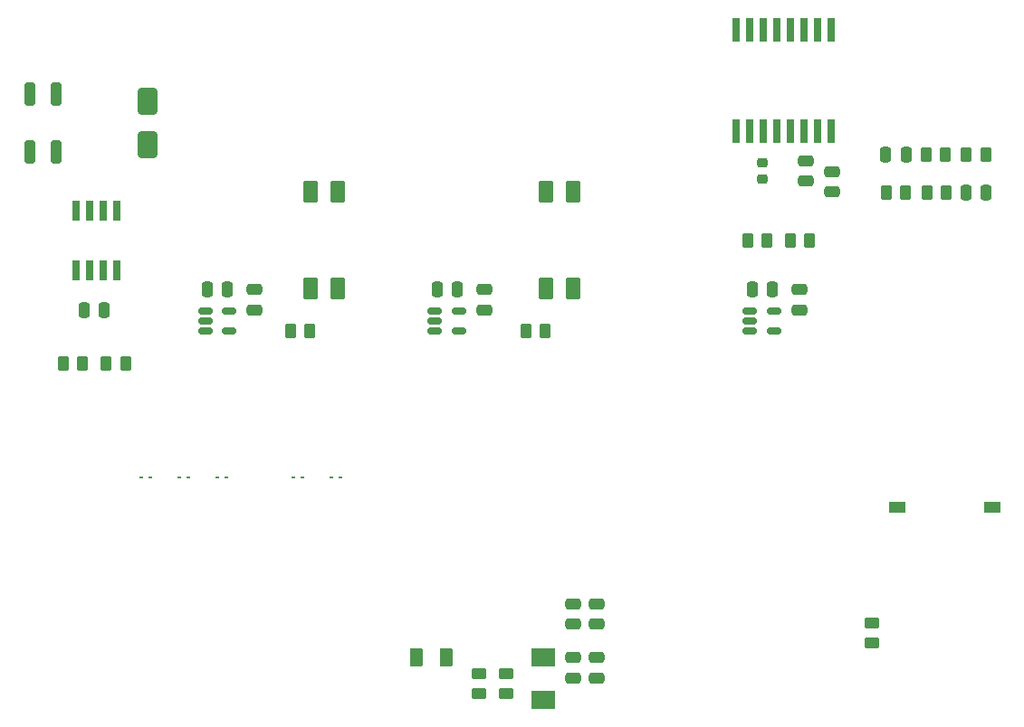
<source format=gtp>
%TF.GenerationSoftware,KiCad,Pcbnew,7.0.2*%
%TF.CreationDate,2023-06-09T00:35:45-07:00*%
%TF.ProjectId,Thyristor_Control_Board,54687972-6973-4746-9f72-5f436f6e7472,A*%
%TF.SameCoordinates,Original*%
%TF.FileFunction,Paste,Top*%
%TF.FilePolarity,Positive*%
%FSLAX46Y46*%
G04 Gerber Fmt 4.6, Leading zero omitted, Abs format (unit mm)*
G04 Created by KiCad (PCBNEW 7.0.2) date 2023-06-09 00:35:45*
%MOMM*%
%LPD*%
G01*
G04 APERTURE LIST*
G04 Aperture macros list*
%AMRoundRect*
0 Rectangle with rounded corners*
0 $1 Rounding radius*
0 $2 $3 $4 $5 $6 $7 $8 $9 X,Y pos of 4 corners*
0 Add a 4 corners polygon primitive as box body*
4,1,4,$2,$3,$4,$5,$6,$7,$8,$9,$2,$3,0*
0 Add four circle primitives for the rounded corners*
1,1,$1+$1,$2,$3*
1,1,$1+$1,$4,$5*
1,1,$1+$1,$6,$7*
1,1,$1+$1,$8,$9*
0 Add four rect primitives between the rounded corners*
20,1,$1+$1,$2,$3,$4,$5,0*
20,1,$1+$1,$4,$5,$6,$7,0*
20,1,$1+$1,$6,$7,$8,$9,0*
20,1,$1+$1,$8,$9,$2,$3,0*%
G04 Aperture macros list end*
%ADD10RoundRect,0.062500X-0.117500X-0.062500X0.117500X-0.062500X0.117500X0.062500X-0.117500X0.062500X0*%
%ADD11RoundRect,0.150000X-0.512500X-0.150000X0.512500X-0.150000X0.512500X0.150000X-0.512500X0.150000X0*%
%ADD12RoundRect,0.250000X-0.262500X-0.450000X0.262500X-0.450000X0.262500X0.450000X-0.262500X0.450000X0*%
%ADD13RoundRect,0.250000X-0.250000X-0.475000X0.250000X-0.475000X0.250000X0.475000X-0.250000X0.475000X0*%
%ADD14RoundRect,0.250000X0.475000X-0.250000X0.475000X0.250000X-0.475000X0.250000X-0.475000X-0.250000X0*%
%ADD15RoundRect,0.250000X0.262500X0.450000X-0.262500X0.450000X-0.262500X-0.450000X0.262500X-0.450000X0*%
%ADD16R,1.500000X1.100000*%
%ADD17RoundRect,0.236300X0.458700X-0.808700X0.458700X0.808700X-0.458700X0.808700X-0.458700X-0.808700X0*%
%ADD18RoundRect,0.250000X-0.475000X0.250000X-0.475000X-0.250000X0.475000X-0.250000X0.475000X0.250000X0*%
%ADD19RoundRect,0.250000X0.650000X-1.000000X0.650000X1.000000X-0.650000X1.000000X-0.650000X-1.000000X0*%
%ADD20RoundRect,0.250000X0.450000X-0.262500X0.450000X0.262500X-0.450000X0.262500X-0.450000X-0.262500X0*%
%ADD21R,0.650000X2.250000*%
%ADD22R,0.640000X1.900000*%
%ADD23RoundRect,0.250000X0.250000X0.475000X-0.250000X0.475000X-0.250000X-0.475000X0.250000X-0.475000X0*%
%ADD24R,2.160000X1.780000*%
%ADD25RoundRect,0.225000X0.250000X-0.225000X0.250000X0.225000X-0.250000X0.225000X-0.250000X-0.225000X0*%
%ADD26RoundRect,0.150000X-0.350000X0.925000X-0.350000X-0.925000X0.350000X-0.925000X0.350000X0.925000X0*%
%ADD27RoundRect,0.250000X-0.375000X-0.625000X0.375000X-0.625000X0.375000X0.625000X-0.375000X0.625000X0*%
G04 APERTURE END LIST*
D10*
X88720000Y-130180000D03*
X87880000Y-130180000D03*
D11*
X93862500Y-114600000D03*
X93862500Y-115550000D03*
X93862500Y-116500000D03*
X96137500Y-116500000D03*
X96137500Y-114600000D03*
D12*
X123837500Y-116500000D03*
X125662500Y-116500000D03*
D10*
X92276000Y-130180000D03*
X91436000Y-130180000D03*
D13*
X157500000Y-100000000D03*
X159400000Y-100000000D03*
D14*
X152500000Y-103450000D03*
X152500000Y-101550000D03*
D15*
X150412500Y-108000000D03*
X148587500Y-108000000D03*
D16*
X158550000Y-133000000D03*
X167450000Y-133000000D03*
D17*
X125730000Y-112540000D03*
X128270000Y-112540000D03*
X128270000Y-103460000D03*
X125730000Y-103460000D03*
D15*
X146412500Y-108000000D03*
X144587500Y-108000000D03*
X163087500Y-100000000D03*
X161262500Y-100000000D03*
D12*
X80587500Y-119500000D03*
X82412500Y-119500000D03*
D13*
X82550000Y-114500000D03*
X84450000Y-114500000D03*
D14*
X149450000Y-114518750D03*
X149450000Y-112618750D03*
D18*
X128250000Y-142050000D03*
X128250000Y-143950000D03*
D11*
X144812500Y-114618750D03*
X144812500Y-115568750D03*
X144812500Y-116518750D03*
X147087500Y-116518750D03*
X147087500Y-114618750D03*
D13*
X115550000Y-112550000D03*
X117450000Y-112550000D03*
D19*
X88500000Y-99000000D03*
X88500000Y-95000000D03*
D20*
X119500000Y-150412500D03*
X119500000Y-148587500D03*
D15*
X159362500Y-103500000D03*
X157537500Y-103500000D03*
D12*
X161362500Y-103500000D03*
X163187500Y-103500000D03*
D10*
X106500000Y-130180000D03*
X105660000Y-130180000D03*
D21*
X152425000Y-88250000D03*
X151155000Y-88250000D03*
X149885000Y-88250000D03*
X148615000Y-88250000D03*
X147345000Y-88250000D03*
X146075000Y-88250000D03*
X144805000Y-88250000D03*
X143535000Y-88250000D03*
X143535000Y-97750000D03*
X144805000Y-97750000D03*
X146075000Y-97750000D03*
X147345000Y-97750000D03*
X148615000Y-97750000D03*
X149885000Y-97750000D03*
X151155000Y-97750000D03*
X152425000Y-97750000D03*
D12*
X165037500Y-100000000D03*
X166862500Y-100000000D03*
D18*
X130500000Y-147050000D03*
X130500000Y-148950000D03*
D22*
X85565000Y-105205000D03*
X84295000Y-105205000D03*
X83025000Y-105205000D03*
X81755000Y-105205000D03*
X81755000Y-110795000D03*
X83025000Y-110795000D03*
X84295000Y-110795000D03*
X85565000Y-110795000D03*
D14*
X150000000Y-102450000D03*
X150000000Y-100550000D03*
X120000000Y-114500000D03*
X120000000Y-112600000D03*
D13*
X94050000Y-112550000D03*
X95950000Y-112550000D03*
D15*
X86412500Y-119500000D03*
X84587500Y-119500000D03*
D14*
X98500000Y-114500000D03*
X98500000Y-112600000D03*
D12*
X101837500Y-116500000D03*
X103662500Y-116500000D03*
D11*
X115362500Y-114600000D03*
X115362500Y-115550000D03*
X115362500Y-116500000D03*
X117637500Y-116500000D03*
X117637500Y-114600000D03*
D23*
X166900000Y-103500000D03*
X165000000Y-103500000D03*
D20*
X156250000Y-145662500D03*
X156250000Y-143837500D03*
D13*
X145000000Y-112568750D03*
X146900000Y-112568750D03*
D18*
X130500000Y-142050000D03*
X130500000Y-143950000D03*
D17*
X103730000Y-112540000D03*
X106270000Y-112540000D03*
X106270000Y-103460000D03*
X103730000Y-103460000D03*
D24*
X125500000Y-151050000D03*
X125500000Y-147000000D03*
D25*
X146000000Y-102275000D03*
X146000000Y-100725000D03*
D10*
X102944000Y-130180000D03*
X102104000Y-130180000D03*
D26*
X77462500Y-99675000D03*
X77462500Y-94325000D03*
X79962500Y-99675000D03*
X79962500Y-94325000D03*
D10*
X95832000Y-130180000D03*
X94992000Y-130180000D03*
D27*
X113600000Y-147000000D03*
X116400000Y-147000000D03*
D20*
X122000000Y-150412500D03*
X122000000Y-148587500D03*
D18*
X128250000Y-147050000D03*
X128250000Y-148950000D03*
M02*

</source>
